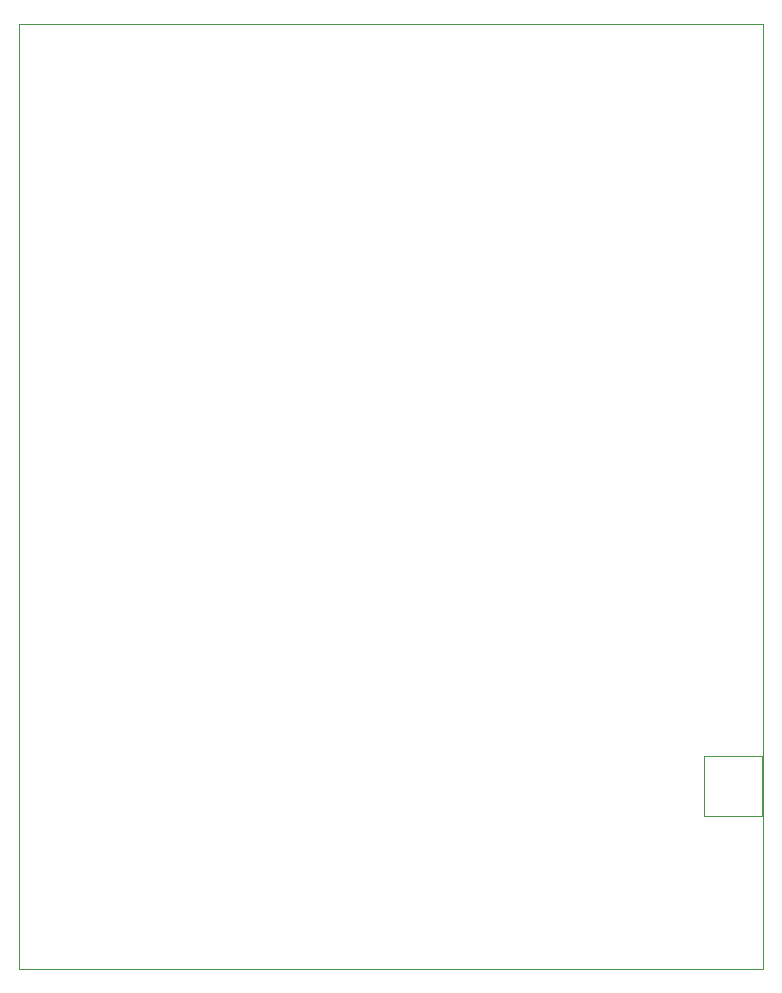
<source format=gm1>
G04 #@! TF.GenerationSoftware,KiCad,Pcbnew,8.0.9-8.0.9-0~ubuntu22.04.1*
G04 #@! TF.CreationDate,2025-03-06T20:20:15+01:00*
G04 #@! TF.ProjectId,BrakeOutBoard,4272616b-654f-4757-9442-6f6172642e6b,rev?*
G04 #@! TF.SameCoordinates,Original*
G04 #@! TF.FileFunction,Profile,NP*
%FSLAX46Y46*%
G04 Gerber Fmt 4.6, Leading zero omitted, Abs format (unit mm)*
G04 Created by KiCad (PCBNEW 8.0.9-8.0.9-0~ubuntu22.04.1) date 2025-03-06 20:20:15*
%MOMM*%
%LPD*%
G01*
G04 APERTURE LIST*
G04 #@! TA.AperFunction,Profile*
%ADD10C,0.050000*%
G04 #@! TD*
G04 APERTURE END LIST*
D10*
X124011600Y-74603200D02*
X187011600Y-74603200D01*
X187011600Y-154603200D01*
X124011600Y-154603200D01*
X124011600Y-74603200D01*
X182011600Y-136603200D02*
X186961600Y-136603200D01*
X186961600Y-141603200D01*
X182011600Y-141603200D01*
X182011600Y-136603200D01*
M02*

</source>
